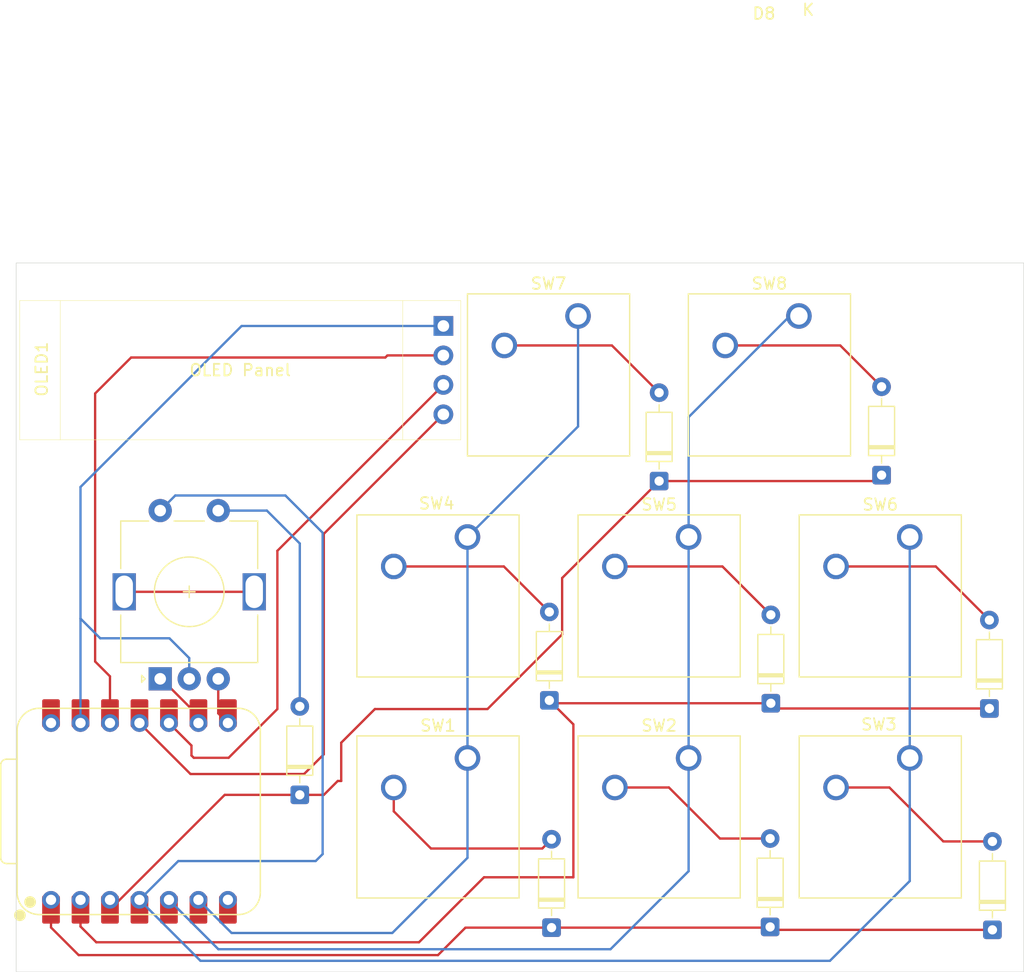
<source format=kicad_pcb>
(kicad_pcb (version 20241229) (generator "pcbnew") (generator_version "9.0")
  (layers (0 "F.Cu" signal) (2 "B.Cu" signal) (13 "F.Paste" user) (15 "B.Paste" user) (5 "F.SilkS" user "F.Silkscreen") (7 "B.SilkS" user "B.Silkscreen") (1 "F.Mask" user) (3 "B.Mask" user) (25 "Edge.Cuts" user))
  (net 0 "")
  (net 1 "GND")
  (net 2 "+5V")
  (net 3 "Net-(D3-A)")
  (net 4 "Net-(D3-K)")
  (net 5 "Net-(D4-A)")
  (net 6 "Net-(D5-A)")
  (net 7 "Net-(D6-A)")
  (net 8 "Net-(D6-K)")
  (net 9 "Net-(D7-A)")
  (net 10 "Net-(D8-A)")
  (net 11 "Net-(D10-K)")
  (net 12 "Net-(D9-A)")
  (net 13 "Net-(D10-A)")
  (net 14 "Net-(D11-A)")
  (net 15 "Net-(OLED1-SDA)")
  (net 16 "Net-(OLED1-SCL)")
  (net 17 "Net-(U1-GPIO7{slash}SCL)")
  (net 18 "Net-(U1-GPIO6{slash}SDA)")
  (net 19 "Net-(U1-GPIO29{slash}ADC3{slash}A3)")
  (net 20 "Net-(U1-GPIO1{slash}RX)")
  (net 21 "unconnected-(SW9-PadMP)")
  (net 22 "Net-(U1-GPIO2{slash}SCK)")
  (net 23 "Net-(OLED1-VCC)")
  (footprint "Diode_THT:D_DO-35_SOD27_P7.62mm_Horizontal" (layer "F.Cu") (at 97.63125 74.295 90)
    (property "Reference" "D11" (hide yes))
    (property "Value" "1N4148" (hide yes))
    (fp_line (start 2.53 -1.12) (end 2.53 1.12) (stroke (width 0.12)) (layer "F.SilkS"))
    (fp_line (start 2.41 -1.12) (end 2.41 1.12) (stroke (width 0.12)) (layer "F.SilkS"))
    (fp_line (start 2.29 -1.12) (end 2.29 1.12) (stroke (width 0.12)) (layer "F.SilkS"))
    (fp_line (start 6.58 0) (end 5.93 0) (stroke (width 0.12)) (layer "F.SilkS"))
    (fp_line (start 1.04 0) (end 1.69 0) (stroke (width 0.12)) (layer "F.SilkS"))
    (fp_rect (start 1.69 -1.12) (end 5.93 1.12) (stroke (width 0.12)) (fill no) (layer "F.SilkS"))
    (pad "1" thru_hole roundrect (at 0 0 90) (size 1.6 1.6) (drill 0.8) (layers "*.Cu" "*.Mask") (roundrect_rratio 0.15625) (net 11 "Net-(D10-K)"))
    (pad "2" thru_hole circle (at 7.62 0 90) (size 1.6 1.6) (drill 0.8) (layers "*.Cu" "*.Mask") (net 14 "Net-(D11-A)"))
  )
  (footprint "Button_Switch_Keyboard:SW_Cherry_MX_1.00u_PCB" (layer "F.Cu") (at 112.0775 71.12)
    (property "Reference" "SW1" (at -2.54 -2.794 0) (layer "F.SilkS"))
    (property "Value" "SW_Push")
    (fp_line (start -9.525 -1.905) (end 4.445 -1.905) (stroke (width 0.12)) (layer "F.SilkS"))
    (fp_line (start -9.525 12.065) (end -9.525 -1.905) (stroke (width 0.12)) (layer "F.SilkS"))
    (fp_line (start 4.445 -1.905) (end 4.445 12.065) (stroke (width 0.12)) (layer "F.SilkS"))
    (fp_line (start 4.445 12.065) (end -9.525 12.065) (stroke (width 0.12)) (layer "F.SilkS"))
    (pad "" np_thru_hole circle (at -7.62 5.08) (size 1.7 1.7) (drill 1.7) (layers "*.Cu" "*.Mask"))
    (pad "" np_thru_hole circle (at -2.54 5.08) (size 4 4) (drill 4) (layers "*.Cu" "*.Mask"))
    (pad "" np_thru_hole circle (at 2.54 5.08) (size 1.7 1.7) (drill 1.7) (layers "*.Cu" "*.Mask"))
    (pad "1" thru_hole circle (at 0 0) (size 2.2 2.2) (drill 1.5) (layers "*.Cu" "*.Mask") (net 17 "Net-(U1-GPIO7{slash}SCL)"))
    (pad "2" thru_hole circle (at -6.35 2.54) (size 2.2 2.2) (drill 1.5) (layers "*.Cu" "*.Mask") (net 3 "Net-(D3-A)"))
  )
  (footprint "Diode_THT:D_DO-35_SOD27_P7.62mm_Horizontal" (layer "F.Cu") (at 138.15 85.68 90)
    (property "Reference" "D4" (hide yes))
    (property "Value" "1N4148" (hide yes))
    (fp_line (start 2.53 -1.12) (end 2.53 1.12) (stroke (width 0.12)) (layer "F.SilkS"))
    (fp_line (start 2.41 -1.12) (end 2.41 1.12) (stroke (width 0.12)) (layer "F.SilkS"))
    (fp_line (start 2.29 -1.12) (end 2.29 1.12) (stroke (width 0.12)) (layer "F.SilkS"))
    (fp_line (start 6.58 0) (end 5.93 0) (stroke (width 0.12)) (layer "F.SilkS"))
    (fp_line (start 1.04 0) (end 1.69 0) (stroke (width 0.12)) (layer "F.SilkS"))
    (fp_rect (start 1.69 -1.12) (end 5.93 1.12) (stroke (width 0.12)) (fill no) (layer "F.SilkS"))
    (pad "1" thru_hole roundrect (at 0 0 90) (size 1.6 1.6) (drill 0.8) (layers "*.Cu" "*.Mask") (roundrect_rratio 0.15625) (net 4 "Net-(D3-K)"))
    (pad "2" thru_hole circle (at 7.62 0 90) (size 1.6 1.6) (drill 0.8) (layers "*.Cu" "*.Mask") (net 5 "Net-(D4-A)"))
  )
  (footprint "Diode_THT:D_DO-35_SOD27_P7.62mm_Horizontal" (layer "F.Cu") (at 147.75 46.74 90)
    (property "Reference" "D10" (hide yes))
    (property "Value" "1N4148" (hide yes))
    (fp_line (start 2.53 -1.12) (end 2.53 1.12) (stroke (width 0.12)) (layer "F.SilkS"))
    (fp_line (start 2.41 -1.12) (end 2.41 1.12) (stroke (width 0.12)) (layer "F.SilkS"))
    (fp_line (start 2.29 -1.12) (end 2.29 1.12) (stroke (width 0.12)) (layer "F.SilkS"))
    (fp_line (start 6.58 0) (end 5.93 0) (stroke (width 0.12)) (layer "F.SilkS"))
    (fp_line (start 1.04 0) (end 1.69 0) (stroke (width 0.12)) (layer "F.SilkS"))
    (fp_rect (start 1.69 -1.12) (end 5.93 1.12) (stroke (width 0.12)) (fill no) (layer "F.SilkS"))
    (pad "1" thru_hole roundrect (at 0 0 90) (size 1.6 1.6) (drill 0.8) (layers "*.Cu" "*.Mask") (roundrect_rratio 0.15625) (net 11 "Net-(D10-K)"))
    (pad "2" thru_hole circle (at 7.62 0 90) (size 1.6 1.6) (drill 0.8) (layers "*.Cu" "*.Mask") (net 13 "Net-(D10-A)"))
  )
  (footprint "Button_Switch_Keyboard:SW_Cherry_MX_1.00u_PCB" (layer "F.Cu") (at 150.1775 52.07)
    (property "Reference" "SW6" (at -2.54 -2.794 0) (layer "F.SilkS"))
    (property "Value" "SW_Push")
    (fp_line (start -9.525 -1.905) (end 4.445 -1.905) (stroke (width 0.12)) (layer "F.SilkS"))
    (fp_line (start -9.525 12.065) (end -9.525 -1.905) (stroke (width 0.12)) (layer "F.SilkS"))
    (fp_line (start 4.445 -1.905) (end 4.445 12.065) (stroke (width 0.12)) (layer "F.SilkS"))
    (fp_line (start 4.445 12.065) (end -9.525 12.065) (stroke (width 0.12)) (layer "F.SilkS"))
    (pad "" np_thru_hole circle (at -7.62 5.08) (size 1.7 1.7) (drill 1.7) (layers "*.Cu" "*.Mask"))
    (pad "" np_thru_hole circle (at -2.54 5.08) (size 4 4) (drill 4) (layers "*.Cu" "*.Mask"))
    (pad "" np_thru_hole circle (at 2.54 5.08) (size 1.7 1.7) (drill 1.7) (layers "*.Cu" "*.Mask"))
    (pad "1" thru_hole circle (at 0 0) (size 2.2 2.2) (drill 1.5) (layers "*.Cu" "*.Mask") (net 19 "Net-(U1-GPIO29{slash}ADC3{slash}A3)"))
    (pad "2" thru_hole circle (at -6.35 2.54) (size 2.2 2.2) (drill 1.5) (layers "*.Cu" "*.Mask") (net 10 "Net-(D8-A)"))
  )
  (footprint "Diode_THT:D_DO-35_SOD27_P7.62mm_Horizontal" (layer "F.Cu") (at 157.3 85.93 90)
    (property "Reference" "D5" (hide yes))
    (property "Value" "1N4148" (hide yes))
    (fp_line (start 2.53 -1.12) (end 2.53 1.12) (stroke (width 0.12)) (layer "F.SilkS"))
    (fp_line (start 2.41 -1.12) (end 2.41 1.12) (stroke (width 0.12)) (layer "F.SilkS"))
    (fp_line (start 2.29 -1.12) (end 2.29 1.12) (stroke (width 0.12)) (layer "F.SilkS"))
    (fp_line (start 6.58 0) (end 5.93 0) (stroke (width 0.12)) (layer "F.SilkS"))
    (fp_line (start 1.04 0) (end 1.69 0) (stroke (width 0.12)) (layer "F.SilkS"))
    (fp_rect (start 1.69 -1.12) (end 5.93 1.12) (stroke (width 0.12)) (fill no) (layer "F.SilkS"))
    (pad "1" thru_hole roundrect (at 0 0 90) (size 1.6 1.6) (drill 0.8) (layers "*.Cu" "*.Mask") (roundrect_rratio 0.15625) (net 4 "Net-(D3-K)"))
    (pad "2" thru_hole circle (at 7.62 0 90) (size 1.6 1.6) (drill 0.8) (layers "*.Cu" "*.Mask") (net 6 "Net-(D5-A)"))
  )
  (footprint "Button_Switch_Keyboard:SW_Cherry_MX_1.00u_PCB" (layer "F.Cu") (at 140.63 33.02)
    (property "Reference" "SW8" (at -2.54 -2.794 0) (layer "F.SilkS"))
    (property "Value" "SW_Push")
    (fp_line (start -9.525 -1.905) (end 4.445 -1.905) (stroke (width 0.12)) (layer "F.SilkS"))
    (fp_line (start -9.525 12.065) (end -9.525 -1.905) (stroke (width 0.12)) (layer "F.SilkS"))
    (fp_line (start 4.445 -1.905) (end 4.445 12.065) (stroke (width 0.12)) (layer "F.SilkS"))
    (fp_line (start 4.445 12.065) (end -9.525 12.065) (stroke (width 0.12)) (layer "F.SilkS"))
    (pad "" np_thru_hole circle (at -7.62 5.08) (size 1.7 1.7) (drill 1.7) (layers "*.Cu" "*.Mask"))
    (pad "" np_thru_hole circle (at -2.54 5.08) (size 4 4) (drill 4) (layers "*.Cu" "*.Mask"))
    (pad "" np_thru_hole circle (at 2.54 5.08) (size 1.7 1.7) (drill 1.7) (layers "*.Cu" "*.Mask"))
    (pad "1" thru_hole circle (at 0 0) (size 2.2 2.2) (drill 1.5) (layers "*.Cu" "*.Mask") (net 18 "Net-(U1-GPIO6{slash}SDA)"))
    (pad "2" thru_hole circle (at -6.35 2.54) (size 2.2 2.2) (drill 1.5) (layers "*.Cu" "*.Mask") (net 13 "Net-(D10-A)"))
  )
  (footprint "Diode_THT:D_DO-35_SOD27_P7.62mm_Horizontal" (layer "F.Cu") (at 128.5875 47.25 90)
    (property "Reference" "D9" (hide yes))
    (property "Value" "1N4148" (hide yes))
    (fp_line (start 2.53 -1.12) (end 2.53 1.12) (stroke (width 0.12)) (layer "F.SilkS"))
    (fp_line (start 2.41 -1.12) (end 2.41 1.12) (stroke (width 0.12)) (layer "F.SilkS"))
    (fp_line (start 2.29 -1.12) (end 2.29 1.12) (stroke (width 0.12)) (layer "F.SilkS"))
    (fp_line (start 6.58 0) (end 5.93 0) (stroke (width 0.12)) (layer "F.SilkS"))
    (fp_line (start 1.04 0) (end 1.69 0) (stroke (width 0.12)) (layer "F.SilkS"))
    (fp_rect (start 1.69 -1.12) (end 5.93 1.12) (stroke (width 0.12)) (fill no) (layer "F.SilkS"))
    (pad "1" thru_hole roundrect (at 0 0 90) (size 1.6 1.6) (drill 0.8) (layers "*.Cu" "*.Mask") (roundrect_rratio 0.15625) (net 11 "Net-(D10-K)"))
    (pad "2" thru_hole circle (at 7.62 0 90) (size 1.6 1.6) (drill 0.8) (layers "*.Cu" "*.Mask") (net 12 "Net-(D9-A)"))
  )
  (footprint "Diode_THT:D_DO-35_SOD27_P7.62mm_Horizontal" (layer "F.Cu") (at 157.04 66.85 90)
    (property "Reference" "D8" (at 59.89625 -19.415 0) (layer "F.SilkS"))
    (property "Value" "1N4148" (hide yes))
    (fp_line (start 2.53 -1.12) (end 2.53 1.12) (stroke (width 0.12)) (layer "F.SilkS"))
    (fp_line (start 2.41 -1.12) (end 2.41 1.12) (stroke (width 0.12)) (layer "F.SilkS"))
    (fp_line (start 2.29 -1.12) (end 2.29 1.12) (stroke (width 0.12)) (layer "F.SilkS"))
    (fp_line (start 6.58 0) (end 5.93 0) (stroke (width 0.12)) (layer "F.SilkS"))
    (fp_line (start 1.04 0) (end 1.69 0) (stroke (width 0.12)) (layer "F.SilkS"))
    (fp_rect (start 1.69 -1.12) (end 5.93 1.12) (stroke (width 0.12)) (fill no) (layer "F.SilkS"))
    (fp_text user "K" (at 60.21625 -15.605 0) (layer "F.SilkS"))
    (pad "1" thru_hole roundrect (at 0 0 90) (size 1.6 1.6) (drill 0.8) (layers "*.Cu" "*.Mask") (roundrect_rratio 0.15625) (net 8 "Net-(D6-K)"))
    (pad "2" thru_hole circle (at 7.62 0 90) (size 1.6 1.6) (drill 0.8) (layers "*.Cu" "*.Mask") (net 10 "Net-(D8-A)"))
  )
  (footprint "RE:RotaryEncoder_Alps_EC11E-Switch_Vertical_H20mm" (layer "F.Cu") (at 85.60625 64.29375 90)
    (property "Reference" "SW9" (hide yes))
    (property "Value" "RotaryEncoder_Switch_MP")
    (fp_line (start 13.6 -3.4) (end 13.6 -1) (stroke (width 0.12)) (layer "F.SilkS"))
    (fp_line (start 9.5 -3.4) (end 13.6 -3.4) (stroke (width 0.12)) (layer "F.SilkS"))
    (fp_line (start 5.5 -3.4) (end 1.4 -3.4) (stroke (width 0.12)) (layer "F.SilkS"))
    (fp_line (start 1.4 -3.4) (end 1.4 8.4) (stroke (width 0.12)) (layer "F.SilkS"))
    (fp_line (start 0.3 -1.6) (end 0 -1.3) (stroke (width 0.12)) (layer "F.SilkS"))
    (fp_line (start -0.3 -1.6) (end 0.3 -1.6) (stroke (width 0.12)) (layer "F.SilkS"))
    (fp_line (start 0 -1.3) (end -0.3 -1.6) (stroke (width 0.12)) (layer "F.SilkS"))
    (fp_line (start 13.6 1.2) (end 13.6 3.8) (stroke (width 0.12)) (layer "F.SilkS"))
    (fp_line (start 7.5 2) (end 7.5 3) (stroke (width 0.12)) (layer "F.SilkS"))
    (fp_line (start 7 2.5) (end 8 2.5) (stroke (width 0.12)) (layer "F.SilkS"))
    (fp_line (start 13.6 6) (end 13.6 8.4) (stroke (width 0.12)) (layer "F.SilkS"))
    (fp_line (start 13.6 8.4) (end 9.5 8.4) (stroke (width 0.12)) (layer "F.SilkS"))
    (fp_line (start 5.5 8.4) (end 1.4 8.4) (stroke (width 0.12)) (layer "F.SilkS"))
    (fp_circle (center 7.5 2.5) (end 10.5 2.5) (stroke (width 0.12)) (fill no) (layer "F.SilkS"))
    (pad "A" thru_hole rect (at 0 0 90) (size 2 2) (drill 1) (layers "*.Cu" "*.Mask") (net 22 "Net-(U1-GPIO2{slash}SCK)"))
    (pad "B" thru_hole circle (at 0 5 90) (size 2 2) (drill 1) (layers "*.Cu" "*.Mask") (net 20 "Net-(U1-GPIO1{slash}RX)"))
    (pad "C" thru_hole circle (at 0 2.5 90) (size 2 2) (drill 1) (layers "*.Cu" "*.Mask") (net 1 "GND"))
    (pad "MP" thru_hole rect (at 7.5 -3.1 90) (size 3.2 2) (drill oval 2.8 1.5) (layers "*.Cu" "*.Mask") (net 21 "unconnected-(SW9-PadMP)"))
    (pad "MP" thru_hole rect (at 7.5 8.1 90) (size 3.2 2) (drill oval 2.8 1.5) (layers "*.Cu" "*.Mask") (net 21 "unconnected-(SW9-PadMP)"))
    (pad "S1" thru_hole circle (at 14.5 5 90) (size 2 2) (drill 1) (layers "*.Cu" "*.Mask") (net 14 "Net-(D11-A)"))
    (pad "S2" thru_hole circle (at 14.5 0 90) (size 2 2) (drill 1) (layers "*.Cu" "*.Mask") (net 19 "Net-(U1-GPIO29{slash}ADC3{slash}A3)"))
  )
  (footprint "Button_Switch_Keyboard:SW_Cherry_MX_1.00u_PCB" (layer "F.Cu") (at 121.6025 33.02)
    (property "Reference" "SW7" (at -2.54 -2.794 0) (layer "F.SilkS"))
    (property "Value" "SW_Push")
    (fp_line (start -9.525 -1.905) (end 4.445 -1.905) (stroke (width 0.12)) (layer "F.SilkS"))
    (fp_line (start -9.525 12.065) (end -9.525 -1.905) (stroke (width 0.12)) (layer "F.SilkS"))
    (fp_line (start 4.445 -1.905) (end 4.445 12.065) (stroke (width 0.12)) (layer "F.SilkS"))
    (fp_line (start 4.445 12.065) (end -9.525 12.065) (stroke (width 0.12)) (layer "F.SilkS"))
    (pad "" np_thru_hole circle (at -7.62 5.08) (size 1.7 1.7) (drill 1.7) (layers "*.Cu" "*.Mask"))
    (pad "" np_thru_hole circle (at -2.54 5.08) (size 4 4) (drill 4) (layers "*.Cu" "*.Mask"))
    (pad "" np_thru_hole circle (at 2.54 5.08) (size 1.7 1.7) (drill 1.7) (layers "*.Cu" "*.Mask"))
    (pad "1" thru_hole circle (at 0 0) (size 2.2 2.2) (drill 1.5) (layers "*.Cu" "*.Mask") (net 17 "Net-(U1-GPIO7{slash}SCL)"))
    (pad "2" thru_hole circle (at -6.35 2.54) (size 2.2 2.2) (drill 1.5) (layers "*.Cu" "*.Mask") (net 12 "Net-(D9-A)"))
  )
  (footprint "Button_Switch_Keyboard:SW_Cherry_MX_1.00u_PCB" (layer "F.Cu") (at 112.0775 52.07)
    (property "Reference" "SW4" (at -2.6525 -2.894 0) (layer "F.SilkS"))
    (property "Value" "SW_Push")
    (fp_line (start -9.525 -1.905) (end 4.445 -1.905) (stroke (width 0.12)) (layer "F.SilkS"))
    (fp_line (start -9.525 12.065) (end -9.525 -1.905) (stroke (width 0.12)) (layer "F.SilkS"))
    (fp_line (start 4.445 -1.905) (end 4.445 12.065) (stroke (width 0.12)) (layer "F.SilkS"))
    (fp_line (start 4.445 12.065) (end -9.525 12.065) (stroke (width 0.12)) (layer "F.SilkS"))
    (pad "" np_thru_hole circle (at -7.62 5.08) (size 1.7 1.7) (drill 1.7) (layers "*.Cu" "*.Mask"))
    (pad "" np_thru_hole circle (at -2.54 5.08) (size 4 4) (drill 4) (layers "*.Cu" "*.Mask"))
    (pad "" np_thru_hole circle (at 2.54 5.08) (size 1.7 1.7) (drill 1.7) (layers "*.Cu" "*.Mask"))
    (pad "1" thru_hole circle (at 0 0) (size 2.2 2.2) (drill 1.5) (layers "*.Cu" "*.Mask") (net 17 "Net-(U1-GPIO7{slash}SCL)"))
    (pad "2" thru_hole circle (at -6.35 2.54) (size 2.2 2.2) (drill 1.5) (layers "*.Cu" "*.Mask") (net 7 "Net-(D6-A)"))
  )
  (footprint "Button_Switch_Keyboard:SW_Cherry_MX_1.00u_PCB" (layer "F.Cu") (at 150.1775 71.12)
    (property "Reference" "SW3" (at -2.6525 -2.894 0) (layer "F.SilkS"))
    (property "Value" "SW_Push")
    (fp_line (start -9.525 -1.905) (end 4.445 -1.905) (stroke (width 0.12)) (layer "F.SilkS"))
    (fp_line (start -9.525 12.065) (end -9.525 -1.905) (stroke (width 0.12)) (layer "F.SilkS"))
    (fp_line (start 4.445 -1.905) (end 4.445 12.065) (stroke (width 0.12)) (layer "F.SilkS"))
    (fp_line (start 4.445 12.065) (end -9.525 12.065) (stroke (width 0.12)) (layer "F.SilkS"))
    (pad "" np_thru_hole circle (at -7.62 5.08) (size 1.7 1.7) (drill 1.7) (layers "*.Cu" "*.Mask"))
    (pad "" np_thru_hole circle (at -2.54 5.08) (size 4 4) (drill 4) (layers "*.Cu" "*.Mask"))
    (pad "" np_thru_hole circle (at 2.54 5.08) (size 1.7 1.7) (drill 1.7) (layers "*.Cu" "*.Mask"))
    (pad "1" thru_hole circle (at 0 0) (size 2.2 2.2) (drill 1.5) (layers "*.Cu" "*.Mask") (net 19 "Net-(U1-GPIO29{slash}ADC3{slash}A3)"))
    (pad "2" thru_hole circle (at -6.35 2.54) (size 2.2 2.2) (drill 1.5) (layers "*.Cu" "*.Mask") (net 6 "Net-(D5-A)"))
  )
  (footprint "Diode_THT:D_DO-35_SOD27_P7.62mm_Horizontal" (layer "F.Cu") (at 119.32 85.74 90)
    (property "Reference" "D3" (hide yes))
    (property "Value" "1N4148" (hide yes))
    (fp_line (start 2.53 -1.12) (end 2.53 1.12) (stroke (width 0.12)) (layer "F.SilkS"))
    (fp_line (start 2.41 -1.12) (end 2.41 1.12) (stroke (width 0.12)) (layer "F.SilkS"))
    (fp_line (start 2.29 -1.12) (end 2.29 1.12) (stroke (width 0.12)) (layer "F.SilkS"))
    (fp_line (start 6.58 0) (end 5.93 0) (stroke (width 0.12)) (layer "F.SilkS"))
    (fp_line (start 1.04 0) (end 1.69 0) (stroke (width 0.12)) (layer "F.SilkS"))
    (fp_rect (start 1.69 -1.12) (end 5.93 1.12) (stroke (width 0.12)) (fill no) (layer "F.SilkS"))
    (pad "1" thru_hole roundrect (at 0 0 90) (size 1.6 1.6) (drill 0.8) (layers "*.Cu" "*.Mask") (roundrect_rratio 0.15625) (net 4 "Net-(D3-K)"))
    (pad "2" thru_hole circle (at 7.62 0 90) (size 1.6 1.6) (drill 0.8) (layers "*.Cu" "*.Mask") (net 3 "Net-(D3-A)"))
  )
  (footprint "Button_Switch_Keyboard:SW_Cherry_MX_1.00u_PCB" (layer "F.Cu") (at 131.1275 71.12)
    (property "Reference" "SW2" (at -2.54 -2.794 0) (layer "F.SilkS"))
    (property "Value" "SW_Push")
    (fp_line (start -9.525 -1.905) (end 4.445 -1.905) (stroke (width 0.12)) (layer "F.SilkS"))
    (fp_line (start -9.525 12.065) (end -9.525 -1.905) (stroke (width 0.12)) (layer "F.SilkS"))
    (fp_line (start 4.445 -1.905) (end 4.445 12.065) (stroke (width 0.12)) (layer "F.SilkS"))
    (fp_line (start 4.445 12.065) (end -9.525 12.065) (stroke (width 0.12)) (layer "F.SilkS"))
    (pad "" np_thru_hole circle (at -7.62 5.08) (size 1.7 1.7) (drill 1.7) (layers "*.Cu" "*.Mask"))
    (pad "" np_thru_hole circle (at -2.54 5.08) (size 4 4) (drill 4) (layers "*.Cu" "*.Mask"))
    (pad "" np_thru_hole circle (at 2.54 5.08) (size 1.7 1.7) (drill 1.7) (layers "*.Cu" "*.Mask"))
    (pad "1" thru_hole circle (at 0 0) (size 2.2 2.2) (drill 1.5) (layers "*.Cu" "*.Mask") (net 18 "Net-(U1-GPIO6{slash}SDA)"))
    (pad "2" thru_hole circle (at -6.35 2.54) (size 2.2 2.2) (drill 1.5) (layers "*.Cu" "*.Mask") (net 5 "Net-(D4-A)"))
  )
  (footprint "OLED:SSD1306-0.91-OLED-4pin-128x32" (layer "F.Cu") (at 73.5 31.69)
    (property "Reference" "OLED1" (at 1.9 5.91 90) (layer "F.SilkS"))
    (property "Value" "SSD1306" (hide yes))
    (fp_line (start 0 0) (end 0 12) (stroke (width 0.04)) (layer "F.SilkS"))
    (fp_line (start 0 12) (end 38 12) (stroke (width 0.04)) (layer "F.SilkS"))
    (fp_line (start 3.5 0) (end 3.5 12) (stroke (width 0.04)) (layer "F.SilkS"))
    (fp_line (start 33 0) (end 33 12) (stroke (width 0.04)) (layer "F.SilkS"))
    (fp_line (start 38 0) (end 0 0) (stroke (width 0.04)) (layer "F.SilkS"))
    (fp_line (start 38 12) (end 38 0) (stroke (width 0.04)) (layer "F.SilkS"))
    (fp_text user "OLED Panel" (at 19 6 0) (layer "F.SilkS"))
    (pad "1" thru_hole rect (at 36.5 2.19) (size 1.7 1.7) (drill 1) (layers "*.Cu" "*.Mask") (net 1 "GND"))
    (pad "2" thru_hole oval (at 36.5 4.73) (size 1.7 1.7) (drill 1) (layers "*.Cu" "*.Mask") (net 23 "Net-(OLED1-VCC)"))
    (pad "3" thru_hole oval (at 36.5 7.27) (size 1.7 1.7) (drill 1) (layers "*.Cu" "*.Mask") (net 16 "Net-(OLED1-SCL)"))
    (pad "4" thru_hole oval (at 36.5 9.81) (size 1.7 1.7) (drill 1) (layers "*.Cu" "*.Mask") (net 15 "Net-(OLED1-SDA)"))
  )
  (footprint "Diode_THT:D_DO-35_SOD27_P7.62mm_Horizontal" (layer "F.Cu") (at 138.21 66.4 90)
    (property "Reference" "D7" (hide yes))
    (property "Value" "1N4148" (hide yes))
    (fp_line (start 2.53 -1.12) (end 2.53 1.12) (stroke (width 0.12)) (layer "F.SilkS"))
    (fp_line (start 2.41 -1.12) (end 2.41 1.12) (stroke (width 0.12)) (layer "F.SilkS"))
    (fp_line (start 2.29 -1.12) (end 2.29 1.12) (stroke (width 0.12)) (layer "F.SilkS"))
    (fp_line (start 6.58 0) (end 5.93 0) (stroke (width 0.12)) (layer "F.SilkS"))
    (fp_line (start 1.04 0) (end 1.69 0) (stroke (width 0.12)) (layer "F.SilkS"))
    (fp_rect (start 1.69 -1.12) (end 5.93 1.12) (stroke (width 0.12)) (fill no) (layer "F.SilkS"))
    (pad "1" thru_hole roundrect (at 0 0 90) (size 1.6 1.6) (drill 0.8) (layers "*.Cu" "*.Mask") (roundrect_rratio 0.15625) (net 8 "Net-(D6-K)"))
    (pad "2" thru_hole circle (at 7.62 0 90) (size 1.6 1.6) (drill 0.8) (layers "*.Cu" "*.Mask") (net 9 "Net-(D7-A)"))
  )
  (footprint "Button_Switch_Keyboard:SW_Cherry_MX_1.00u_PCB" (layer "F.Cu") (at 131.1275 52.07)
    (property "Reference" "SW5" (at -2.54 -2.794 0) (layer "F.SilkS"))
    (property "Value" "SW_Push")
    (fp_line (start -9.525 -1.905) (end 4.445 -1.905) (stroke (width 0.12)) (layer "F.SilkS"))
    (fp_line (start -9.525 12.065) (end -9.525 -1.905) (stroke (width 0.12)) (layer "F.SilkS"))
    (fp_line (start 4.445 -1.905) (end 4.445 12.065) (stroke (width 0.12)) (layer "F.SilkS"))
    (fp_line (start 4.445 12.065) (end -9.525 12.065) (stroke (width 0.12)) (layer "F.SilkS"))
    (pad "" np_thru_hole circle (at -7.62 5.08) (size 1.7 1.7) (drill 1.7) (layers "*.Cu" "*.Mask"))
    (pad "" np_thru_hole circle (at -2.54 5.08) (size 4 4) (drill 4) (layers "*.Cu" "*.Mask"))
    (pad "" np_thru_hole circle (at 2.54 5.08) (size 1.7 1.7) (drill 1.7) (layers "*.Cu" "*.Mask"))
    (pad "1" thru_hole circle (at 0 0) (size 2.2 2.2) (drill 1.5) (layers "*.Cu" "*.Mask") (net 18 "Net-(U1-GPIO6{slash}SDA)"))
    (pad "2" thru_hole circle (at -6.35 2.54) (size 2.2 2.2) (drill 1.5) (layers "*.Cu" "*.Mask") (net 9 "Net-(D7-A)"))
  )
  (footprint "OPL:XIAO-RP2040-DIP" (layer "F.Cu") (at 83.82 75.72375 90)
    (property "Reference" "U1" (hide yes))
    (property "Value" "XIAO-RP2040-DIP")
    (fp_line (start -3.991272 -11.951) (end 4.004 -11.951) (stroke (width 0.127)) (layer "F.SilkS"))
    (fp_line (start 4.504 -11.451) (end 4.504 -10.541) (stroke (width 0.127)) (layer "F.SilkS"))
    (fp_line (start 6.985 -10.541) (end -6.985 -10.541) (stroke (width 0.1)) (layer "F.SilkS"))
    (fp_line (start 6.985 -10.541) (end -6.985 -10.541) (stroke (width 0.127)) (layer "F.SilkS"))
    (fp_line (start -4.495 -10.541) (end -4.491272 -11.451272) (stroke (width 0.127)) (layer "F.SilkS"))
    (fp_line (start 8.89 8.509) (end 8.89 -8.636) (stroke (width 0.127)) (layer "F.SilkS"))
    (fp_line (start -8.89 8.509) (end -8.89 -8.636) (stroke (width 0.127)) (layer "F.SilkS"))
    (fp_line (start -6.985 10.414) (end 6.985 10.414) (stroke (width 0.127)) (layer "F.SilkS"))
    (fp_arc (start 4.004 -11.951) (mid 4.357553 -11.804553) (end 4.504 -11.451) (stroke (width 0.127)) (layer "F.SilkS"))
    (fp_arc (start -4.491272 -11.451272) (mid -4.344728 -11.80464) (end -3.991272 -11.951) (stroke (width 0.127)) (layer "F.SilkS"))
    (fp_arc (start 6.985 -10.541) (mid 8.332038 -9.983038) (end 8.89 -8.636) (stroke (width 0.127)) (layer "F.SilkS"))
    (fp_arc (start -8.89 -8.636) (mid -8.332038 -9.983038) (end -6.985 -10.541) (stroke (width 0.127)) (layer "F.SilkS"))
    (fp_arc (start 8.89 8.509) (mid 8.332038 9.856038) (end 6.985 10.414) (stroke (width 0.127)) (layer "F.SilkS"))
    (fp_arc (start -6.985 10.414) (mid -8.332038 9.856038) (end -8.89 8.509) (stroke (width 0.127)) (layer "F.SilkS"))
    (fp_circle (center -8.95 -10.3) (end -8.95 -10.554) (stroke (width 0.5)) (fill yes) (layer "F.SilkS"))
    (fp_circle (center -7.807 -9.42) (end -7.807 -9.674) (stroke (width 0.5)) (fill yes) (layer "F.SilkS"))
    (pad "1" smd roundrect (at -8.455 -7.62 270) (size 2.432 1.524) (layers "F.Cu" "F.Mask") (roundrect_rratio 0.1) (net 4 "Net-(D3-K)"))
    (pad "1" thru_hole circle (at -7.62 -7.62 270) (size 1.524 1.524) (drill 0.889) (layers "*.Cu" "*.Mask") (net 4 "Net-(D3-K)"))
    (pad "2" smd roundrect (at -8.455 -5.08 270) (size 2.432 1.524) (layers "F.Cu" "F.Mask") (roundrect_rratio 0.1) (net 8 "Net-(D6-K)"))
    (pad "2" thru_hole circle (at -7.62 -5.08 270) (size 1.524 1.524) (drill 0.889) (layers "*.Cu" "*.Mask") (net 8 "Net-(D6-K)"))
    (pad "3" smd roundrect (at -8.455 -2.54 270) (size 2.432 1.524) (layers "F.Cu" "F.Mask") (roundrect_rratio 0.1) (net 11 "Net-(D10-K)"))
    (pad "3" thru_hole circle (at -7.62 -2.54 270) (size 1.524 1.524) (drill 0.889) (layers "*.Cu" "*.Mask") (net 11 "Net-(D10-K)"))
    (pad "4" smd roundrect (at -8.455 0 270) (size 2.432 1.524) (layers "F.Cu" "F.Mask") (roundrect_rratio 0.1) (net 19 "Net-(U1-GPIO29{slash}ADC3{slash}A3)"))
    (pad "4" thru_hole circle (at -7.62 0 270) (size 1.524 1.524) (drill 0.889) (layers "*.Cu" "*.Mask") (net 19 "Net-(U1-GPIO29{slash}ADC3{slash}A3)"))
    (pad "5" smd roundrect (at -8.455 2.54 270) (size 2.432 1.524) (layers "F.Cu" "F.Mask") (roundrect_rratio 0.1) (net 18 "Net-(U1-GPIO6{slash}SDA)"))
    (pad "5" thru_hole circle (at -7.62 2.54 270) (size 1.524 1.524) (drill 0.889) (layers "*.Cu" "*.Mask") (net 18 "Net-(U1-GPIO6{slash}SDA)"))
    (pad "6" smd roundrect (at -8.455 5.08 270) (size 2.432 1.524) (layers "F.Cu" "F.Mask") (roundrect_rratio 0.1) (net 17 "Net-(U1-GPIO7{slash}SCL)"))
    (pad "6" thru_hole circle (at -7.62 5.08 270) (size 1.524 1.524) (drill 0.889) (layers "*.Cu" "*.Mask") (net 17 "Net-(U1-GPIO7{slash}SCL)"))
    (pad "7" smd roundrect (at -8.455 7.62 270) (size 2.432 1.524) (layers "F.Cu" "F.Mask") (roundrect_rratio 0.1))
    (pad "7" thru_hole circle (at -7.62 7.62 270) (size 1.524 1.524) (drill 0.889) (layers "*.Cu" "*.Mask"))
    (pad "8" thru_hole circle (at 7.62 7.62 90) (size 1.524 1.524) (drill 0.889) (layers "*.Cu" "*.Mask") (net 20 "Net-(U1-GPIO1{slash}RX)"))
    (pad "8" smd roundrect (at 8.455 7.62 90) (size 2.432 1.524) (layers "F.Cu" "F.Mask") (roundrect_rratio 0.1) (net 20 "Net-(U1-GPIO1{slash}RX)"))
    (pad "9" thru_hole circle (at 7.62 5.08 90) (size 1.524 1.524) (drill 0.889) (layers "*.Cu" "*.Mask") (net 22 "Net-(U1-GPIO2{slash}SCK)"))
    (pad "9" smd roundrect (at 8.455 5.08 90) (size 2.432 1.524) (layers "F.Cu" "F.Mask") (roundrect_rratio 0.1) (net 22 "Net-(U1-GPIO2{slash}SCK)"))
    (pad "10" thru_hole circle (at 7.62 2.54 90) (size 1.524 1.524) (drill 0.889) (layers "*.Cu" "*.Mask") (net 16 "Net-(OLED1-SCL)"))
    (pad "10" smd roundrect (at 8.455 2.54 90) (size 2.432 1.524) (layers "F.Cu" "F.Mask") (roundrect_rratio 0.1) (net 16 "Net-(OLED1-SCL)"))
    (pad "11" thru_hole circle (at 7.62 0 90) (size 1.524 1.524) (drill 0.889) (layers "*.Cu" "*.Mask") (net 15 "Net-(OLED1-SDA)"))
    (pad "11" smd roundrect (at 8.455 0 90) (size 2.432 1.524) (layers "F.Cu" "F.Mask") (roundrect_rratio 0.1) (net 15 "Net-(OLED1-SDA)"))
    (pad "12" thru_hole circle (at 7.62 -2.54 90) (size 1.524 1.524) (drill 0.889) (layers "*.Cu" "*.Mask") (net 23 "Net-(OLED1-VCC)"))
    (pad "12" smd roundrect (at 8.455 -2.54 90) (size 2.432 1.524) (layers "F.Cu" "F.Mask") (roundrect_rratio 0.1) (net 23 "Net-(OLED1-VCC)"))
    (pad "13" thru_hole circle (at 7.62 -5.08 90) (size 1.524 1.524) (drill 0.889) (layers "*.Cu" "*.Mask") (net 1 "GND"))
    (pad "13" smd roundrect (at 8.455 -5.08 90) (size 2.432 1.524) (layers "F.Cu" "F.Mask") (roundrect_rratio 0.1) (net 1 "GND"))
    (pad "14" thru_hole circle (at 7.62 -7.62 90) (size 1.524 1.524) (drill 0.889) (layers "*.Cu" "*.Mask") (net 2 "+5V"))
    (pad "14" smd roundrect (at 8.455 -7.62 90) (size 2.432 1.524) (layers "F.Cu" "F.Mask") (roundrect_rratio 0.1) (net 2 "+5V"))
  )
  (footprint "Diode_THT:D_DO-35_SOD27_P7.62mm_Horizontal" (layer "F.Cu") (at 119.13 66.15 90)
    (property "Reference" "D6" (hide yes))
    (property "Value" "1N4148" (hide yes))
    (fp_line (start 2.53 -1.12) (end 2.53 1.12) (stroke (width 0.12)) (layer "F.SilkS"))
    (fp_line (start 2.41 -1.12) (end 2.41 1.12) (stroke (width 0.12)) (layer "F.SilkS"))
    (fp_line (start 2.29 -1.12) (end 2.29 1.12) (stroke (width 0.12)) (layer "F.SilkS"))
    (fp_line (start 6.58 0) (end 5.93 0) (stroke (width 0.12)) (layer "F.SilkS"))
    (fp_line (start 1.04 0) (end 1.69 0) (stroke (width 0.12)) (layer "F.SilkS"))
    (fp_rect (start 1.69 -1.12) (end 5.93 1.12) (stroke (width 0.12)) (fill no) (layer "F.SilkS"))
    (pad "1" thru_hole roundrect (at 0 0 90) (size 1.6 1.6) (drill 0.8) (layers "*.Cu" "*.Mask") (roundrect_rratio 0.15625) (net 8 "Net-(D6-K)"))
    (pad "2" thru_hole circle (at 7.62 0 90) (size 1.6 1.6) (drill 0.8) (layers "*.Cu" "*.Mask") (net 7 "Net-(D6-A)"))
  )
  (gr_rect (start 73.2 28.45) (end 160 89.55) (stroke (width 0.05)) (fill no) (layer "Edge.Cuts"))
  (segment (start 78.74 68.10375) (end 78.74 59.1) (width 0.2) (layer "B.Cu") (net 1))
  (segment (start 80.44 60.8) (end 78.74 59.1) (width 0.2) (layer "B.Cu") (net 1))
  (segment (start 86.4 60.8) (end 80.44 60.8) (width 0.2) (layer "B.Cu") (net 1))
  (segment (start 88.10625 62.50625) (end 86.4 60.8) (width 0.2) (layer "B.Cu") (net 1))
  (segment (start 88.10625 64.29375) (end 88.10625 62.50625) (width 0.2) (layer "B.Cu") (net 1))
  (segment (start 78.74 47.76) (end 92.62 33.88) (width 0.2) (layer "B.Cu") (net 1))
  (segment (start 78.74 59.1) (end 78.74 47.76) (width 0.2) (layer "B.Cu") (net 1))
  (segment (start 92.62 33.88) (end 110 33.88) (width 0.2) (layer "B.Cu") (net 1))
  (segment (start 118.520001 78.919999) (end 108.932683 78.919999) (width 0.2) (layer "F.Cu") (net 3))
  (segment (start 108.932683 78.919999) (end 105.7275 75.714816) (width 0.2) (layer "F.Cu") (net 3))
  (segment (start 105.7275 75.714816) (end 105.7275 73.66) (width 0.2) (layer "F.Cu") (net 3))
  (segment (start 119.32 78.12) (end 118.520001 78.919999) (width 0.2) (layer "F.Cu") (net 3))
  (segment (start 119.32 85.74) (end 138.09 85.74) (width 0.2) (layer "F.Cu") (net 4))
  (segment (start 138.4 85.93) (end 138.15 85.68) (width 0.2) (layer "F.Cu") (net 4))
  (segment (start 76.2 85.725) (end 76.2 84.17875) (width 0.2) (layer "F.Cu") (net 4))
  (segment (start 109.5375 88.10625) (end 78.58125 88.10625) (width 0.2) (layer "F.Cu") (net 4))
  (segment (start 157.3 85.93) (end 138.4 85.93) (width 0.2) (layer "F.Cu") (net 4))
  (segment (start 111.90375 85.74) (end 109.5375 88.10625) (width 0.2) (layer "F.Cu") (net 4))
  (segment (start 138.09 85.74) (end 138.15 85.68) (width 0.2) (layer "F.Cu") (net 4))
  (segment (start 119.32 85.74) (end 111.90375 85.74) (width 0.2) (layer "F.Cu") (net 4))
  (segment (start 78.58125 88.10625) (end 76.2 85.725) (width 0.2) (layer "F.Cu") (net 4))
  (segment (start 124.7775 73.66) (end 129.42903 73.66) (width 0.2) (layer "F.Cu") (net 5))
  (segment (start 129.42903 73.66) (end 133.82903 78.06) (width 0.2) (layer "F.Cu") (net 5))
  (segment (start 133.82903 78.06) (end 138.15 78.06) (width 0.2) (layer "F.Cu") (net 5))
  (segment (start 143.8275 73.66) (end 148.422316 73.66) (width 0.2) (layer "F.Cu") (net 6))
  (segment (start 153.072316 78.31) (end 157.3 78.31) (width 0.2) (layer "F.Cu") (net 6))
  (segment (start 148.422316 73.66) (end 153.072316 78.31) (width 0.2) (layer "F.Cu") (net 6))
  (segment (start 119.13 58.53) (end 115.21 54.61) (width 0.2) (layer "F.Cu") (net 7))
  (segment (start 115.21 54.61) (end 105.7275 54.61) (width 0.2) (layer "F.Cu") (net 7))
  (segment (start 138.21 66.4) (end 119.38 66.4) (width 0.2) (layer "F.Cu") (net 8))
  (segment (start 119.38 66.4) (end 119.13 66.15) (width 0.2) (layer "F.Cu") (net 8))
  (segment (start 113.5 81.4) (end 121.2 81.4) (width 0.2) (layer "F.Cu") (net 8))
  (segment (start 157.04 66.85) (end 138.66 66.85) (width 0.2) (layer "F.Cu") (net 8))
  (segment (start 80.1 87) (end 107.9 87) (width 0.2) (layer "F.Cu") (net 8))
  (segment (start 138.66 66.85) (end 138.21 66.4) (width 0.2) (layer "F.Cu") (net 8))
  (segment (start 78.74 83.34375) (end 78.74 85.64) (width 0.2) (layer "F.Cu") (net 8))
  (segment (start 121.2 68.22) (end 119.13 66.15) (width 0.2) (layer "F.Cu") (net 8))
  (segment (start 121.2 81.4) (end 121.2 68.22) (width 0.2) (layer "F.Cu") (net 8))
  (segment (start 78.74 85.64) (end 80.1 87) (width 0.2) (layer "F.Cu") (net 8))
  (segment (start 107.9 87) (end 113.5 81.4) (width 0.2) (layer "F.Cu") (net 8))
  (segment (start 134.04 54.61) (end 124.7775 54.61) (width 0.2) (layer "F.Cu") (net 9))
  (segment (start 138.21 58.78) (end 134.04 54.61) (width 0.2) (layer "F.Cu") (net 9))
  (segment (start 152.42 54.61) (end 143.8275 54.61) (width 0.2) (layer "F.Cu") (net 10))
  (segment (start 157.04 59.23) (end 152.42 54.61) (width 0.2) (layer "F.Cu") (net 10))
  (segment (start 128.5875 47.25) (end 120.231 55.6065) (width 0.2) (layer "F.Cu") (net 11))
  (segment (start 91.16375 74.295) (end 81.28 84.17875) (width 0.2) (layer "F.Cu") (net 11))
  (segment (start 101.2 69.8) (end 101.2 73.1) (width 0.2) (layer "F.Cu") (net 11))
  (segment (start 120.231 60.469) (end 113.8 66.9) (width 0.2) (layer "F.Cu") (net 11))
  (segment (start 128.5875 47.25) (end 147.24 47.25) (width 0.2) (layer "F.Cu") (net 11))
  (segment (start 104.1 66.9) (end 101.2 69.8) (width 0.2) (layer "F.Cu") (net 11))
  (segment (start 101.2 73.1) (end 100.9 73.1) (width 0.2) (layer "F.Cu") (net 11))
  (segment (start 99.705 74.295) (end 97.63125 74.295) (width 0.2) (layer "F.Cu") (net 11))
  (segment (start 100.9 73.1) (end 99.705 74.295) (width 0.2) (layer "F.Cu") (net 11))
  (segment (start 113.8 66.9) (end 104.1 66.9) (width 0.2) (layer "F.Cu") (net 11))
  (segment (start 120.231 55.6065) (end 120.231 60.469) (width 0.2) (layer "F.Cu") (net 11))
  (segment (start 147.24 47.25) (end 147.75 46.74) (width 0.2) (layer "F.Cu") (net 11))
  (segment (start 97.63125 74.295) (end 91.16375 74.295) (width 0.2) (layer "F.Cu") (net 11))
  (segment (start 124.5175 35.56) (end 115.2525 35.56) (width 0.2) (layer "F.Cu") (net 12))
  (segment (start 128.5875 39.63) (end 124.5175 35.56) (width 0.2) (layer "F.Cu") (net 12))
  (segment (start 147.75 39.12) (end 144.19 35.56) (width 0.2) (layer "F.Cu") (net 13))
  (segment (start 144.19 35.56) (end 134.28 35.56) (width 0.2) (layer "F.Cu") (net 13))
  (segment (start 90.60625 49.79375) (end 94.79375 49.79375) (width 0.2) (layer "B.Cu") (net 14))
  (segment (start 94.79375 49.79375) (end 97.63125 52.63125) (width 0.2) (layer "B.Cu") (net 14))
  (segment (start 97.63125 52.63125) (end 97.63125 66.675) (width 0.2) (layer "B.Cu") (net 14))
  (segment (start 99.7 70.8) (end 98 72.5) (width 0.2) (layer "F.Cu") (net 15))
  (segment (start 88.21625 72.5) (end 83.82 68.10375) (width 0.2) (layer "F.Cu") (net 15))
  (segment (start 98 72.5) (end 88.21625 72.5) (width 0.2) (layer "F.Cu") (net 15))
  (segment (start 110 41.5) (end 99.7 51.8) (width 0.2) (layer "F.Cu") (net 15))
  (segment (start 99.7 51.8) (end 99.7 70.8) (width 0.2) (layer "F.Cu") (net 15))
  (segment (start 88.3 70.9) (end 88.3 70.04375) (width 0.2) (layer "F.Cu") (net 16))
  (segment (start 88.5 71.1) (end 88.3 70.9) (width 0.2) (layer "F.Cu") (net 16))
  (segment (start 88.3 70.04375) (end 86.36 68.10375) (width 0.2) (layer "F.Cu") (net 16))
  (segment (start 95.7 66.9) (end 91.5 71.1) (width 0.2) (layer "F.Cu") (net 16))
  (segment (start 91.5 71.1) (end 88.5 71.1) (width 0.2) (layer "F.Cu") (net 16))
  (segment (start 95.7 53.26) (end 95.7 66.9) (width 0.2) (layer "F.Cu") (net 16))
  (segment (start 110 38.96) (end 95.7 53.26) (width 0.2) (layer "F.Cu") (net 16))
  (segment (start 112.0775 71.12) (end 112.0775 52.07) (width 0.2) (layer "B.Cu") (net 17))
  (segment (start 121.6025 42.545) (end 121.6025 33.02) (width 0.2) (layer "B.Cu") (net 17))
  (segment (start 91.75625 86.2) (end 105.6 86.2) (width 0.2) (layer "B.Cu") (net 17))
  (segment (start 88.9 83.34375) (end 91.75625 86.2) (width 0.2) (layer "B.Cu") (net 17))
  (segment (start 112.0775 52.07) (end 121.6025 42.545) (width 0.2) (layer "B.Cu") (net 17))
  (segment (start 105.6 86.2) (end 112.0775 79.7225) (width 0.2) (layer "B.Cu") (net 17))
  (segment (start 112.0775 79.7225) (end 112.0775 71.12) (width 0.2) (layer "B.Cu") (net 17))
  (segment (start 131.1275 71.12) (end 131.1275 52.07) (width 0.2) (layer "B.Cu") (net 18))
  (segment (start 131.1275 41.737684) (end 139.845184 33.02) (width 0.2) (layer "B.Cu") (net 18))
  (segment (start 124.4 87.6) (end 90.61625 87.6) (width 0.2) (layer "B.Cu") (net 18))
  (segment (start 131.1275 80.8725) (end 124.4 87.6) (width 0.2) (layer "B.Cu") (net 18))
  (segment (start 131.1275 71.12) (end 131.1275 80.8725) (width 0.2) (layer "B.Cu") (net 18))
  (segment (start 139.845184 33.02) (end 140.63 33.02) (width 0.2) (layer "B.Cu") (net 18))
  (segment (start 131.1275 52.07) (end 131.1275 41.737684) (width 0.2) (layer "B.Cu") (net 18))
  (segment (start 90.61625 87.6) (end 86.36 83.34375) (width 0.2) (layer "B.Cu") (net 18))
  (segment (start 96.39275 48.49275) (end 99.6 51.7) (width 0.2) (layer "B.Cu") (net 19))
  (segment (start 99.6 79.4) (end 99 80) (width 0.2) (layer "B.Cu") (net 19))
  (segment (start 99 80) (end 87.16375 80) (width 0.2) (layer "B.Cu") (net 19))
  (segment (start 150.1775 71.12) (end 150.1775 81.7225) (width 0.2) (layer "B.Cu") (net 19))
  (segment (start 85.60625 49.79375) (end 86.90725 48.49275) (width 0.2) (layer "B.Cu") (net 19))
  (segment (start 143.3 88.6) (end 89.07625 88.6) (width 0.2) (layer "B.Cu") (net 19))
  (segment (start 87.16375 80) (end 83.82 83.34375) (width 0.2) (layer "B.Cu") (net 19))
  (segment (start 150.1775 81.7225) (end 143.3 88.6) (width 0.2) (layer "B.Cu") (net 19))
  (segment (start 89.07625 88.6) (end 83.82 83.34375) (width 0.2) (layer "B.Cu") (net 19))
  (segment (start 150.1775 71.12) (end 150.1775 52.07) (width 0.2) (layer "B.Cu") (net 19))
  (segment (start 99.6 51.7) (end 99.6 79.4) (width 0.2) (layer "B.Cu") (net 19))
  (segment (start 86.90725 48.49275) (end 96.39275 48.49275) (width 0.2) (layer "B.Cu") (net 19))
  (segment (start 90.60625 64.29375) (end 90.60625 67.27) (width 0.2) (layer "F.Cu") (net 20))
  (segment (start 90.60625 67.27) (end 91.44 68.10375) (width 0.2) (layer "F.Cu") (net 20))
  (segment (start 82.50625 56.79375) (end 93.70625 56.79375) (width 0.2) (layer "F.Cu") (net 21))
  (segment (start 85.60625 64.29375) (end 85.703626 64.29375) (width 0.2) (layer "F.Cu") (net 22))
  (segment (start 88.9 67.490124) (end 88.9 68.10375) (width 0.2) (layer "F.Cu") (net 22))
  (segment (start 85.703626 64.29375) (end 88.9 67.490124) (width 0.2) (layer "F.Cu") (net 22))
  (segment (start 105 36.6) (end 105.18 36.42) (width 0.2) (layer "F.Cu") (net 23))
  (segment (start 105.18 36.42) (end 110 36.42) (width 0.2) (layer "F.Cu") (net 23))
  (segment (start 83.1 36.6) (end 105 36.6) (width 0.2) (layer "F.Cu") (net 23))
  (segment (start 80 62.8) (end 80 39.7) (width 0.2) (layer "F.Cu") (net 23))
  (segment (start 81.28 64.08) (end 80 62.8) (width 0.2) (layer "F.Cu") (net 23))
  (segment (start 80 39.7) (end 83.1 36.6) (width 0.2) (layer "F.Cu") (net 23))
  (segment (start 81.28 68.10375) (end 81.28 64.08) (width 0.2) (layer "F.Cu") (net 23))
)
</source>
